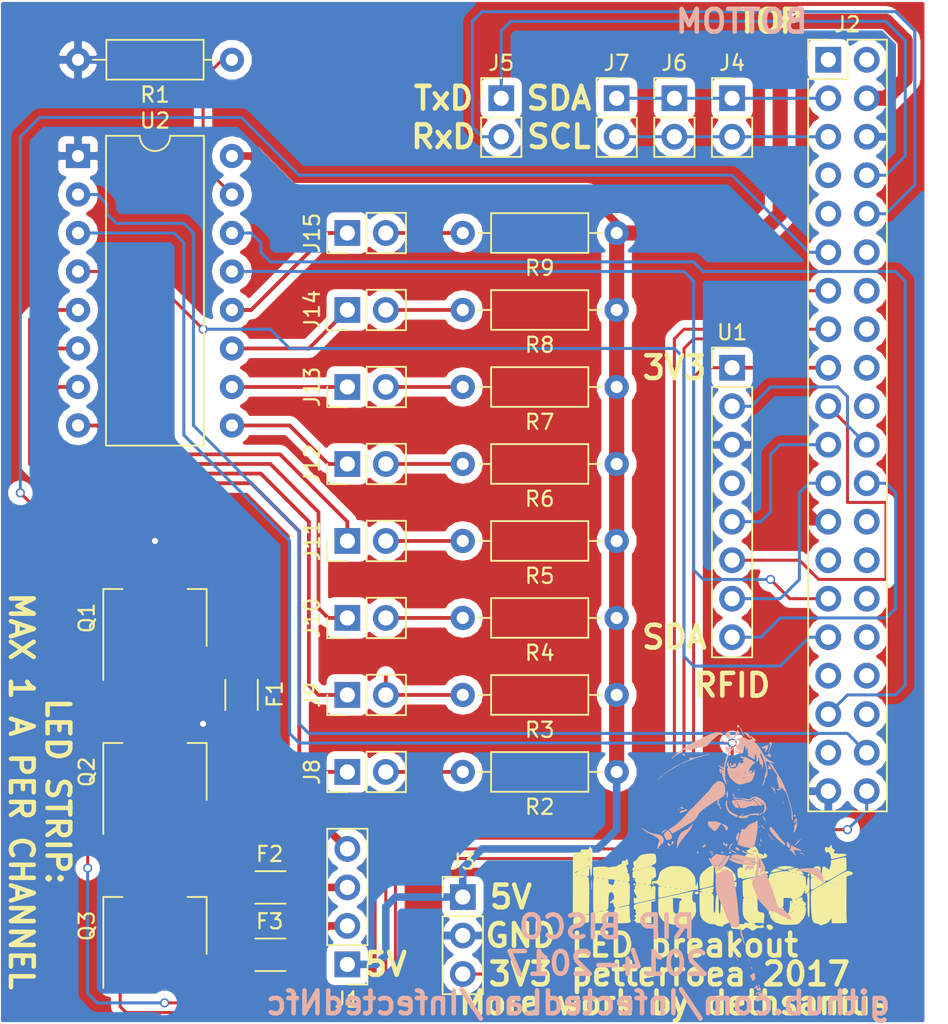
<source format=kicad_pcb>
(kicad_pcb (version 4) (host pcbnew 4.0.6)
  (layers (0 F.Cu signal) (31 B.Cu signal) (34 B.Paste user) (35 F.Paste user) (36 B.SilkS user) (37 F.SilkS user) (38 B.Mask user) (39 F.Mask user) (44 Edge.Cuts user))
  (net 0 "")
  (net 1 +5V)
  (net 2 +3V3)
  (net 3 "Net-(J2-Pad2)")
  (net 4 "Net-(J2-Pad3)")
  (net 5 "Net-(J2-Pad5)")
  (net 6 GNDREF)
  (net 7 "Net-(J2-Pad7)")
  (net 8 "Net-(J2-Pad8)")
  (net 9 "Net-(J2-Pad9)")
  (net 10 "Net-(J2-Pad10)")
  (net 11 "Net-(J2-Pad11)")
  (net 12 "Net-(J2-Pad12)")
  (net 13 "Net-(J2-Pad13)")
  (net 14 "Net-(J2-Pad14)")
  (net 15 "Net-(J2-Pad15)")
  (net 16 "Net-(J2-Pad16)")
  (net 17 "Net-(J2-Pad18)")
  (net 18 "Net-(J2-Pad19)")
  (net 19 "Net-(J2-Pad20)")
  (net 20 "Net-(J2-Pad21)")
  (net 21 "Net-(J2-Pad22)")
  (net 22 "Net-(J2-Pad23)")
  (net 23 "Net-(J2-Pad24)")
  (net 24 "Net-(J2-Pad26)")
  (net 25 "Net-(J2-Pad27)")
  (net 26 "Net-(J2-Pad28)")
  (net 27 "Net-(J2-Pad29)")
  (net 28 "Net-(J2-Pad30)")
  (net 29 "Net-(J2-Pad31)")
  (net 30 "Net-(J2-Pad32)")
  (net 31 "Net-(J2-Pad33)")
  (net 32 "Net-(J2-Pad34)")
  (net 33 "Net-(J2-Pad35)")
  (net 34 "Net-(J2-Pad36)")
  (net 35 "Net-(J2-Pad37)")
  (net 36 "Net-(J2-Pad38)")
  (net 37 "Net-(J2-Pad40)")
  (net 38 "Net-(J8-Pad1)")
  (net 39 "Net-(J8-Pad2)")
  (net 40 "Net-(J9-Pad1)")
  (net 41 "Net-(J9-Pad2)")
  (net 42 "Net-(J10-Pad1)")
  (net 43 "Net-(J10-Pad2)")
  (net 44 "Net-(J11-Pad1)")
  (net 45 "Net-(J11-Pad2)")
  (net 46 "Net-(J12-Pad1)")
  (net 47 "Net-(J12-Pad2)")
  (net 48 "Net-(J13-Pad1)")
  (net 49 "Net-(J13-Pad2)")
  (net 50 "Net-(J14-Pad1)")
  (net 51 "Net-(J14-Pad2)")
  (net 52 "Net-(J15-Pad1)")
  (net 53 "Net-(J15-Pad2)")
  (net 54 "Net-(R1-Pad1)")
  (net 55 "Net-(U1-Pad4)")
  (net 56 "Net-(J2-Pad1)")
  (net 57 "Net-(F1-Pad1)")
  (net 58 "Net-(F1-Pad2)")
  (net 59 "Net-(F2-Pad1)")
  (net 60 "Net-(F2-Pad2)")
  (net 61 "Net-(F3-Pad1)")
  (net 62 "Net-(F3-Pad2)")
  (module Socket_Strips:Socket_Strip_Straight_1x04_Pitch2.54mm (layer F.Cu) (at 148.59 151.13 180)
    (fp_text reference J1 (at 0 -2.33 180) (layer F.SilkS))
    (fp_text value LED_STRIP)
    (pad 1 thru_hole rect (at 0 0 180) (size 1.7 1.7) (drill 1) (layers *.Cu *.Mask) (net 1 +5V))
    (pad 2 thru_hole oval (at 0 2.54 180) (size 1.7 1.7) (drill 1) (layers *.Cu *.Mask) (net 62 "Net-(F3-Pad2)"))
    (pad 3 thru_hole oval (at 0 5.08 180) (size 1.7 1.7) (drill 1) (layers *.Cu *.Mask) (net 60 "Net-(F2-Pad2)"))
    (pad 4 thru_hole oval (at 0 7.62 180) (size 1.7 1.7) (drill 1) (layers *.Cu *.Mask) (net 58 "Net-(F1-Pad2)"))
  )
  (module Pin_Headers:Pin_Header_Straight_2x20_Pitch2.54mm (layer F.Cu) (at 180.34 91.44)
    (fp_text reference J2 (at 1.27 -2.33) (layer F.SilkS))
    (fp_text value Raspberry_Pi_2_3)
    (pad 1 thru_hole rect (at 0 0) (size 1.7 1.7) (drill 1) (layers *.Cu *.Mask) (net 56 "Net-(J2-Pad1)"))
    (pad 2 thru_hole oval (at 2.54 0) (size 1.7 1.7) (drill 1) (layers *.Cu *.Mask) (net 3 "Net-(J2-Pad2)"))
    (pad 3 thru_hole oval (at 0 2.54) (size 1.7 1.7) (drill 1) (layers *.Cu *.Mask) (net 4 "Net-(J2-Pad3)"))
    (pad 4 thru_hole oval (at 2.54 2.54) (size 1.7 1.7) (drill 1) (layers *.Cu *.Mask) (net 1 +5V))
    (pad 5 thru_hole oval (at 0 5.08) (size 1.7 1.7) (drill 1) (layers *.Cu *.Mask) (net 5 "Net-(J2-Pad5)"))
    (pad 6 thru_hole oval (at 2.54 5.08) (size 1.7 1.7) (drill 1) (layers *.Cu *.Mask) (net 6 GNDREF))
    (pad 7 thru_hole oval (at 0 7.62) (size 1.7 1.7) (drill 1) (layers *.Cu *.Mask) (net 7 "Net-(J2-Pad7)"))
    (pad 8 thru_hole oval (at 2.54 7.62) (size 1.7 1.7) (drill 1) (layers *.Cu *.Mask) (net 8 "Net-(J2-Pad8)"))
    (pad 9 thru_hole oval (at 0 10.16) (size 1.7 1.7) (drill 1) (layers *.Cu *.Mask) (net 9 "Net-(J2-Pad9)"))
    (pad 10 thru_hole oval (at 2.54 10.16) (size 1.7 1.7) (drill 1) (layers *.Cu *.Mask) (net 10 "Net-(J2-Pad10)"))
    (pad 11 thru_hole oval (at 0 12.7) (size 1.7 1.7) (drill 1) (layers *.Cu *.Mask) (net 11 "Net-(J2-Pad11)"))
    (pad 12 thru_hole oval (at 2.54 12.7) (size 1.7 1.7) (drill 1) (layers *.Cu *.Mask) (net 12 "Net-(J2-Pad12)"))
    (pad 13 thru_hole oval (at 0 15.24) (size 1.7 1.7) (drill 1) (layers *.Cu *.Mask) (net 13 "Net-(J2-Pad13)"))
    (pad 14 thru_hole oval (at 2.54 15.24) (size 1.7 1.7) (drill 1) (layers *.Cu *.Mask) (net 14 "Net-(J2-Pad14)"))
    (pad 15 thru_hole oval (at 0 17.78) (size 1.7 1.7) (drill 1) (layers *.Cu *.Mask) (net 15 "Net-(J2-Pad15)"))
    (pad 16 thru_hole oval (at 2.54 17.78) (size 1.7 1.7) (drill 1) (layers *.Cu *.Mask) (net 16 "Net-(J2-Pad16)"))
    (pad 17 thru_hole oval (at 0 20.32) (size 1.7 1.7) (drill 1) (layers *.Cu *.Mask) (net 2 +3V3))
    (pad 18 thru_hole oval (at 2.54 20.32) (size 1.7 1.7) (drill 1) (layers *.Cu *.Mask) (net 17 "Net-(J2-Pad18)"))
    (pad 19 thru_hole oval (at 0 22.86) (size 1.7 1.7) (drill 1) (layers *.Cu *.Mask) (net 18 "Net-(J2-Pad19)"))
    (pad 20 thru_hole oval (at 2.54 22.86) (size 1.7 1.7) (drill 1) (layers *.Cu *.Mask) (net 19 "Net-(J2-Pad20)"))
    (pad 21 thru_hole oval (at 0 25.4) (size 1.7 1.7) (drill 1) (layers *.Cu *.Mask) (net 20 "Net-(J2-Pad21)"))
    (pad 22 thru_hole oval (at 2.54 25.4) (size 1.7 1.7) (drill 1) (layers *.Cu *.Mask) (net 21 "Net-(J2-Pad22)"))
    (pad 23 thru_hole oval (at 0 27.94) (size 1.7 1.7) (drill 1) (layers *.Cu *.Mask) (net 22 "Net-(J2-Pad23)"))
    (pad 24 thru_hole oval (at 2.54 27.94) (size 1.7 1.7) (drill 1) (layers *.Cu *.Mask) (net 23 "Net-(J2-Pad24)"))
    (pad 25 thru_hole oval (at 0 30.48) (size 1.7 1.7) (drill 1) (layers *.Cu *.Mask) (net 6 GNDREF))
    (pad 26 thru_hole oval (at 2.54 30.48) (size 1.7 1.7) (drill 1) (layers *.Cu *.Mask) (net 24 "Net-(J2-Pad26)"))
    (pad 27 thru_hole oval (at 0 33.02) (size 1.7 1.7) (drill 1) (layers *.Cu *.Mask) (net 25 "Net-(J2-Pad27)"))
    (pad 28 thru_hole oval (at 2.54 33.02) (size 1.7 1.7) (drill 1) (layers *.Cu *.Mask) (net 26 "Net-(J2-Pad28)"))
    (pad 29 thru_hole oval (at 0 35.56) (size 1.7 1.7) (drill 1) (layers *.Cu *.Mask) (net 27 "Net-(J2-Pad29)"))
    (pad 30 thru_hole oval (at 2.54 35.56) (size 1.7 1.7) (drill 1) (layers *.Cu *.Mask) (net 28 "Net-(J2-Pad30)"))
    (pad 31 thru_hole oval (at 0 38.1) (size 1.7 1.7) (drill 1) (layers *.Cu *.Mask) (net 29 "Net-(J2-Pad31)"))
    (pad 32 thru_hole oval (at 2.54 38.1) (size 1.7 1.7) (drill 1) (layers *.Cu *.Mask) (net 30 "Net-(J2-Pad32)"))
    (pad 33 thru_hole oval (at 0 40.64) (size 1.7 1.7) (drill 1) (layers *.Cu *.Mask) (net 31 "Net-(J2-Pad33)"))
    (pad 34 thru_hole oval (at 2.54 40.64) (size 1.7 1.7) (drill 1) (layers *.Cu *.Mask) (net 32 "Net-(J2-Pad34)"))
    (pad 35 thru_hole oval (at 0 43.18) (size 1.7 1.7) (drill 1) (layers *.Cu *.Mask) (net 33 "Net-(J2-Pad35)"))
    (pad 36 thru_hole oval (at 2.54 43.18) (size 1.7 1.7) (drill 1) (layers *.Cu *.Mask) (net 34 "Net-(J2-Pad36)"))
    (pad 37 thru_hole oval (at 0 45.72) (size 1.7 1.7) (drill 1) (layers *.Cu *.Mask) (net 35 "Net-(J2-Pad37)"))
    (pad 38 thru_hole oval (at 2.54 45.72) (size 1.7 1.7) (drill 1) (layers *.Cu *.Mask) (net 36 "Net-(J2-Pad38)"))
    (pad 39 thru_hole oval (at 0 48.26) (size 1.7 1.7) (drill 1) (layers *.Cu *.Mask) (net 6 GNDREF))
    (pad 40 thru_hole oval (at 2.54 48.26) (size 1.7 1.7) (drill 1) (layers *.Cu *.Mask) (net 37 "Net-(J2-Pad40)"))
  )
  (module Socket_Strips:Socket_Strip_Straight_1x03_Pitch2.54mm (layer F.Cu) (at 156.21 146.685)
    (fp_text reference J3 (at 0 -2.33) (layer F.SilkS))
    (fp_text value POWER)
    (pad 1 thru_hole rect (at 0 0) (size 1.7 1.7) (drill 1) (layers *.Cu *.Mask) (net 1 +5V))
    (pad 2 thru_hole oval (at 0 2.54) (size 1.7 1.7) (drill 1) (layers *.Cu *.Mask) (net 6 GNDREF))
    (pad 3 thru_hole oval (at 0 5.08) (size 1.7 1.7) (drill 1) (layers *.Cu *.Mask) (net 2 +3V3))
  )
  (module Socket_Strips:Socket_Strip_Straight_1x02_Pitch2.54mm (layer F.Cu) (at 173.99 93.98)
    (fp_text reference J4 (at 0 -2.33) (layer F.SilkS))
    (fp_text value I2C)
    (pad 1 thru_hole rect (at 0 0) (size 1.7 1.7) (drill 1) (layers *.Cu *.Mask) (net 4 "Net-(J2-Pad3)"))
    (pad 2 thru_hole oval (at 0 2.54) (size 1.7 1.7) (drill 1) (layers *.Cu *.Mask) (net 5 "Net-(J2-Pad5)"))
  )
  (module Socket_Strips:Socket_Strip_Straight_1x02_Pitch2.54mm (layer F.Cu) (at 158.75 93.98)
    (fp_text reference J5 (at 0 -2.33) (layer F.SilkS))
    (fp_text value Serial)
    (pad 1 thru_hole rect (at 0 0) (size 1.7 1.7) (drill 1) (layers *.Cu *.Mask) (net 8 "Net-(J2-Pad8)"))
    (pad 2 thru_hole oval (at 0 2.54) (size 1.7 1.7) (drill 1) (layers *.Cu *.Mask) (net 10 "Net-(J2-Pad10)"))
  )
  (module Socket_Strips:Socket_Strip_Straight_1x02_Pitch2.54mm (layer F.Cu) (at 170.18 93.98)
    (fp_text reference J6 (at 0 -2.33) (layer F.SilkS))
    (fp_text value I2C)
    (pad 1 thru_hole rect (at 0 0) (size 1.7 1.7) (drill 1) (layers *.Cu *.Mask) (net 4 "Net-(J2-Pad3)"))
    (pad 2 thru_hole oval (at 0 2.54) (size 1.7 1.7) (drill 1) (layers *.Cu *.Mask) (net 5 "Net-(J2-Pad5)"))
  )
  (module Socket_Strips:Socket_Strip_Straight_1x02_Pitch2.54mm (layer F.Cu) (at 166.37 93.98)
    (fp_text reference J7 (at 0 -2.33) (layer F.SilkS))
    (fp_text value I2C)
    (pad 1 thru_hole rect (at 0 0) (size 1.7 1.7) (drill 1) (layers *.Cu *.Mask) (net 4 "Net-(J2-Pad3)"))
    (pad 2 thru_hole oval (at 0 2.54) (size 1.7 1.7) (drill 1) (layers *.Cu *.Mask) (net 5 "Net-(J2-Pad5)"))
  )
  (module Socket_Strips:Socket_Strip_Straight_1x02_Pitch2.54mm (layer F.Cu) (at 148.59 138.43 90)
    (fp_text reference J8 (at 0 -2.33 90) (layer F.SilkS))
    (fp_text value LED1)
    (pad 1 thru_hole rect (at 0 0 90) (size 1.7 1.7) (drill 1) (layers *.Cu *.Mask) (net 38 "Net-(J8-Pad1)"))
    (pad 2 thru_hole oval (at 0 2.54 90) (size 1.7 1.7) (drill 1) (layers *.Cu *.Mask) (net 39 "Net-(J8-Pad2)"))
  )
  (module Socket_Strips:Socket_Strip_Straight_1x02_Pitch2.54mm (layer F.Cu) (at 148.59 133.35 90)
    (fp_text reference J9 (at 0 -2.33 90) (layer F.SilkS))
    (fp_text value LED2)
    (pad 1 thru_hole rect (at 0 0 90) (size 1.7 1.7) (drill 1) (layers *.Cu *.Mask) (net 40 "Net-(J9-Pad1)"))
    (pad 2 thru_hole oval (at 0 2.54 90) (size 1.7 1.7) (drill 1) (layers *.Cu *.Mask) (net 41 "Net-(J9-Pad2)"))
  )
  (module Socket_Strips:Socket_Strip_Straight_1x02_Pitch2.54mm (layer F.Cu) (at 148.59 128.27 90)
    (fp_text reference J10 (at 0 -2.33 90) (layer F.SilkS))
    (fp_text value LED3)
    (pad 1 thru_hole rect (at 0 0 90) (size 1.7 1.7) (drill 1) (layers *.Cu *.Mask) (net 42 "Net-(J10-Pad1)"))
    (pad 2 thru_hole oval (at 0 2.54 90) (size 1.7 1.7) (drill 1) (layers *.Cu *.Mask) (net 43 "Net-(J10-Pad2)"))
  )
  (module Socket_Strips:Socket_Strip_Straight_1x02_Pitch2.54mm (layer F.Cu) (at 148.59 123.19 90)
    (fp_text reference J11 (at 0 -2.33 90) (layer F.SilkS))
    (fp_text value LED4)
    (pad 1 thru_hole rect (at 0 0 90) (size 1.7 1.7) (drill 1) (layers *.Cu *.Mask) (net 44 "Net-(J11-Pad1)"))
    (pad 2 thru_hole oval (at 0 2.54 90) (size 1.7 1.7) (drill 1) (layers *.Cu *.Mask) (net 45 "Net-(J11-Pad2)"))
  )
  (module Socket_Strips:Socket_Strip_Straight_1x02_Pitch2.54mm (layer F.Cu) (at 148.59 118.11 90)
    (fp_text reference J12 (at 0 -2.33 90) (layer F.SilkS))
    (fp_text value LED5)
    (pad 1 thru_hole rect (at 0 0 90) (size 1.7 1.7) (drill 1) (layers *.Cu *.Mask) (net 46 "Net-(J12-Pad1)"))
    (pad 2 thru_hole oval (at 0 2.54 90) (size 1.7 1.7) (drill 1) (layers *.Cu *.Mask) (net 47 "Net-(J12-Pad2)"))
  )
  (module Socket_Strips:Socket_Strip_Straight_1x02_Pitch2.54mm (layer F.Cu) (at 148.59 113.03 90)
    (fp_text reference J13 (at 0 -2.33 90) (layer F.SilkS))
    (fp_text value LED6)
    (pad 1 thru_hole rect (at 0 0 90) (size 1.7 1.7) (drill 1) (layers *.Cu *.Mask) (net 48 "Net-(J13-Pad1)"))
    (pad 2 thru_hole oval (at 0 2.54 90) (size 1.7 1.7) (drill 1) (layers *.Cu *.Mask) (net 49 "Net-(J13-Pad2)"))
  )
  (module Socket_Strips:Socket_Strip_Straight_1x02_Pitch2.54mm (layer F.Cu) (at 148.59 107.95 90)
    (fp_text reference J14 (at 0 -2.33 90) (layer F.SilkS))
    (fp_text value LED7)
    (pad 1 thru_hole rect (at 0 0 90) (size 1.7 1.7) (drill 1) (layers *.Cu *.Mask) (net 50 "Net-(J14-Pad1)"))
    (pad 2 thru_hole oval (at 0 2.54 90) (size 1.7 1.7) (drill 1) (layers *.Cu *.Mask) (net 51 "Net-(J14-Pad2)"))
  )
  (module Socket_Strips:Socket_Strip_Straight_1x02_Pitch2.54mm (layer F.Cu) (at 148.59 102.87 90)
    (fp_text reference J15 (at 0 -2.33 90) (layer F.SilkS))
    (fp_text value LED8)
    (pad 1 thru_hole rect (at 0 0 90) (size 1.7 1.7) (drill 1) (layers *.Cu *.Mask) (net 52 "Net-(J15-Pad1)"))
    (pad 2 thru_hole oval (at 0 2.54 90) (size 1.7 1.7) (drill 1) (layers *.Cu *.Mask) (net 53 "Net-(J15-Pad2)"))
  )
  (module TO_SOT_Packages_SMD:SOT-223-3_TabPin2 (layer F.Cu) (at 135.89 128.27 90)
    (fp_text reference Q1 (at 0 -4.5 90) (layer F.SilkS))
    (fp_text value MOSFET)
    (pad 2 smd rect (at 3.15 0 90) (size 2 3.8) (layers F.Cu F.Paste F.Mask) (net 6 GNDREF))
    (pad 2 smd rect (at -3.15 0 90) (size 2 1.5) (layers F.Cu F.Paste F.Mask) (net 6 GNDREF))
    (pad 3 smd rect (at -3.15 2.3 90) (size 2 1.5) (layers F.Cu F.Paste F.Mask) (net 57 "Net-(F1-Pad1)"))
    (pad 1 smd rect (at -3.15 -2.3 90) (size 2 1.5) (layers F.Cu F.Paste F.Mask) (net 11 "Net-(J2-Pad11)"))
  )
  (module TO_SOT_Packages_SMD:SOT-223-3_TabPin2 (layer F.Cu) (at 135.89 138.43 90)
    (fp_text reference Q2 (at 0 -4.5 90) (layer F.SilkS))
    (fp_text value MOSFET)
    (pad 2 smd rect (at 3.15 0 90) (size 2 3.8) (layers F.Cu F.Paste F.Mask) (net 6 GNDREF))
    (pad 2 smd rect (at -3.15 0 90) (size 2 1.5) (layers F.Cu F.Paste F.Mask) (net 6 GNDREF))
    (pad 3 smd rect (at -3.15 2.3 90) (size 2 1.5) (layers F.Cu F.Paste F.Mask) (net 59 "Net-(F2-Pad1)"))
    (pad 1 smd rect (at -3.15 -2.3 90) (size 2 1.5) (layers F.Cu F.Paste F.Mask) (net 13 "Net-(J2-Pad13)"))
  )
  (module TO_SOT_Packages_SMD:SOT-223-3_TabPin2 (layer F.Cu) (at 135.89 148.59 90)
    (fp_text reference Q3 (at 0 -4.5 90) (layer F.SilkS))
    (fp_text value MOSFET)
    (pad 2 smd rect (at 3.15 0 90) (size 2 3.8) (layers F.Cu F.Paste F.Mask) (net 6 GNDREF))
    (pad 2 smd rect (at -3.15 0 90) (size 2 1.5) (layers F.Cu F.Paste F.Mask) (net 6 GNDREF))
    (pad 3 smd rect (at -3.15 2.3 90) (size 2 1.5) (layers F.Cu F.Paste F.Mask) (net 61 "Net-(F3-Pad1)"))
    (pad 1 smd rect (at -3.15 -2.3 90) (size 2 1.5) (layers F.Cu F.Paste F.Mask) (net 15 "Net-(J2-Pad15)"))
  )
  (module Resistors_THT:R_Axial_DIN0207_L6.3mm_D2.5mm_P10.16mm_Horizontal (layer F.Cu) (at 140.97 91.44 180)
    (fp_text reference R1 (at 5.08 -2.31 180) (layer F.SilkS))
    (fp_text value R)
    (pad 1 thru_hole circle (at 0 0 180) (size 1.6 1.6) (drill 0.8) (layers *.Cu *.Mask) (net 54 "Net-(R1-Pad1)"))
    (pad 2 thru_hole oval (at 10.16 0 180) (size 1.6 1.6) (drill 0.8) (layers *.Cu *.Mask) (net 6 GNDREF))
  )
  (module Resistors_THT:R_Axial_DIN0207_L6.3mm_D2.5mm_P10.16mm_Horizontal (layer F.Cu) (at 166.37 138.43 180)
    (fp_text reference R2 (at 5.08 -2.31 180) (layer F.SilkS))
    (fp_text value R)
    (pad 1 thru_hole circle (at 0 0 180) (size 1.6 1.6) (drill 0.8) (layers *.Cu *.Mask) (net 1 +5V))
    (pad 2 thru_hole oval (at 10.16 0 180) (size 1.6 1.6) (drill 0.8) (layers *.Cu *.Mask) (net 39 "Net-(J8-Pad2)"))
  )
  (module Resistors_THT:R_Axial_DIN0207_L6.3mm_D2.5mm_P10.16mm_Horizontal (layer F.Cu) (at 166.37 133.35 180)
    (fp_text reference R3 (at 5.08 -2.31 180) (layer F.SilkS))
    (fp_text value R)
    (pad 1 thru_hole circle (at 0 0 180) (size 1.6 1.6) (drill 0.8) (layers *.Cu *.Mask) (net 1 +5V))
    (pad 2 thru_hole oval (at 10.16 0 180) (size 1.6 1.6) (drill 0.8) (layers *.Cu *.Mask) (net 41 "Net-(J9-Pad2)"))
  )
  (module Resistors_THT:R_Axial_DIN0207_L6.3mm_D2.5mm_P10.16mm_Horizontal (layer F.Cu) (at 166.37 128.27 180)
    (fp_text reference R4 (at 5.08 -2.31 180) (layer F.SilkS))
    (fp_text value R)
    (pad 1 thru_hole circle (at 0 0 180) (size 1.6 1.6) (drill 0.8) (layers *.Cu *.Mask) (net 1 +5V))
    (pad 2 thru_hole oval (at 10.16 0 180) (size 1.6 1.6) (drill 0.8) (layers *.Cu *.Mask) (net 43 "Net-(J10-Pad2)"))
  )
  (module Resistors_THT:R_Axial_DIN0207_L6.3mm_D2.5mm_P10.16mm_Horizontal (layer F.Cu) (at 166.37 123.19 180)
    (fp_text reference R5 (at 5.08 -2.31 180) (layer F.SilkS))
    (fp_text value R)
    (pad 1 thru_hole circle (at 0 0 180) (size 1.6 1.6) (drill 0.8) (layers *.Cu *.Mask) (net 1 +5V))
    (pad 2 thru_hole oval (at 10.16 0 180) (size 1.6 1.6) (drill 0.8) (layers *.Cu *.Mask) (net 45 "Net-(J11-Pad2)"))
  )
  (module Resistors_THT:R_Axial_DIN0207_L6.3mm_D2.5mm_P10.16mm_Horizontal (layer F.Cu) (at 166.37 118.11 180)
    (fp_text reference R6 (at 5.08 -2.31 180) (layer F.SilkS))
    (fp_text value R)
    (pad 1 thru_hole circle (at 0 0 180) (size 1.6 1.6) (drill 0.8) (layers *.Cu *.Mask) (net 1 +5V))
    (pad 2 thru_hole oval (at 10.16 0 180) (size 1.6 1.6) (drill 0.8) (layers *.Cu *.Mask) (net 47 "Net-(J12-Pad2)"))
  )
  (module Resistors_THT:R_Axial_DIN0207_L6.3mm_D2.5mm_P10.16mm_Horizontal (layer F.Cu) (at 166.37 113.03 180)
    (fp_text reference R7 (at 5.08 -2.31 180) (layer F.SilkS))
    (fp_text value R)
    (pad 1 thru_hole circle (at 0 0 180) (size 1.6 1.6) (drill 0.8) (layers *.Cu *.Mask) (net 1 +5V))
    (pad 2 thru_hole oval (at 10.16 0 180) (size 1.6 1.6) (drill 0.8) (layers *.Cu *.Mask) (net 49 "Net-(J13-Pad2)"))
  )
  (module Resistors_THT:R_Axial_DIN0207_L6.3mm_D2.5mm_P10.16mm_Horizontal (layer F.Cu) (at 166.37 107.95 180)
    (fp_text reference R8 (at 5.08 -2.31 180) (layer F.SilkS))
    (fp_text value R)
    (pad 1 thru_hole circle (at 0 0 180) (size 1.6 1.6) (drill 0.8) (layers *.Cu *.Mask) (net 1 +5V))
    (pad 2 thru_hole oval (at 10.16 0 180) (size 1.6 1.6) (drill 0.8) (layers *.Cu *.Mask) (net 51 "Net-(J14-Pad2)"))
  )
  (module Resistors_THT:R_Axial_DIN0207_L6.3mm_D2.5mm_P10.16mm_Horizontal (layer F.Cu) (at 166.37 102.87 180)
    (fp_text reference R9 (at 5.08 -2.31 180) (layer F.SilkS))
    (fp_text value R)
    (pad 1 thru_hole circle (at 0 0 180) (size 1.6 1.6) (drill 0.8) (layers *.Cu *.Mask) (net 1 +5V))
    (pad 2 thru_hole oval (at 10.16 0 180) (size 1.6 1.6) (drill 0.8) (layers *.Cu *.Mask) (net 53 "Net-(J15-Pad2)"))
  )
  (module Socket_Strips:Socket_Strip_Straight_1x08_Pitch2.54mm (layer F.Cu) (at 173.99 111.76)
    (fp_text reference U1 (at 0 -2.33) (layer F.SilkS))
    (fp_text value MFRC-522)
    (pad 1 thru_hole rect (at 0 0) (size 1.7 1.7) (drill 1) (layers *.Cu *.Mask) (net 2 +3V3))
    (pad 2 thru_hole oval (at 0 2.54) (size 1.7 1.7) (drill 1) (layers *.Cu *.Mask) (net 21 "Net-(J2-Pad22)"))
    (pad 3 thru_hole oval (at 0 5.08) (size 1.7 1.7) (drill 1) (layers *.Cu *.Mask) (net 6 GNDREF))
    (pad 4 thru_hole oval (at 0 7.62) (size 1.7 1.7) (drill 1) (layers *.Cu *.Mask) (net 55 "Net-(U1-Pad4)"))
    (pad 5 thru_hole oval (at 0 10.16) (size 1.7 1.7) (drill 1) (layers *.Cu *.Mask) (net 20 "Net-(J2-Pad21)"))
    (pad 6 thru_hole oval (at 0 12.7) (size 1.7 1.7) (drill 1) (layers *.Cu *.Mask) (net 18 "Net-(J2-Pad19)"))
    (pad 7 thru_hole oval (at 0 15.24) (size 1.7 1.7) (drill 1) (layers *.Cu *.Mask) (net 22 "Net-(J2-Pad23)"))
    (pad 8 thru_hole oval (at 0 17.78) (size 1.7 1.7) (drill 1) (layers *.Cu *.Mask) (net 23 "Net-(J2-Pad24)"))
  )
  (module Housings_DIP:DIP-16_W10.16mm (layer F.Cu) (at 130.81 97.79)
    (fp_text reference U2 (at 5.08 -2.33) (layer F.SilkS))
    (fp_text value TLC5917)
    (pad 1 thru_hole rect (at 0 0) (size 1.6 1.6) (drill 0.8) (layers *.Cu *.Mask) (net 6 GNDREF))
    (pad 9 thru_hole oval (at 10.16 17.78) (size 1.6 1.6) (drill 0.8) (layers *.Cu *.Mask) (net 46 "Net-(J12-Pad1)"))
    (pad 2 thru_hole oval (at 0 2.54) (size 1.6 1.6) (drill 0.8) (layers *.Cu *.Mask) (net 36 "Net-(J2-Pad38)"))
    (pad 10 thru_hole oval (at 10.16 15.24) (size 1.6 1.6) (drill 0.8) (layers *.Cu *.Mask) (net 48 "Net-(J13-Pad1)"))
    (pad 3 thru_hole oval (at 0 5.08) (size 1.6 1.6) (drill 0.8) (layers *.Cu *.Mask) (net 37 "Net-(J2-Pad40)"))
    (pad 11 thru_hole oval (at 10.16 12.7) (size 1.6 1.6) (drill 0.8) (layers *.Cu *.Mask) (net 50 "Net-(J14-Pad1)"))
    (pad 4 thru_hole oval (at 0 7.62) (size 1.6 1.6) (drill 0.8) (layers *.Cu *.Mask) (net 29 "Net-(J2-Pad31)"))
    (pad 12 thru_hole oval (at 10.16 10.16) (size 1.6 1.6) (drill 0.8) (layers *.Cu *.Mask) (net 52 "Net-(J15-Pad1)"))
    (pad 5 thru_hole oval (at 0 10.16) (size 1.6 1.6) (drill 0.8) (layers *.Cu *.Mask) (net 38 "Net-(J8-Pad1)"))
    (pad 13 thru_hole oval (at 10.16 7.62) (size 1.6 1.6) (drill 0.8) (layers *.Cu *.Mask) (net 27 "Net-(J2-Pad29)"))
    (pad 6 thru_hole oval (at 0 12.7) (size 1.6 1.6) (drill 0.8) (layers *.Cu *.Mask) (net 40 "Net-(J9-Pad1)"))
    (pad 14 thru_hole oval (at 10.16 5.08) (size 1.6 1.6) (drill 0.8) (layers *.Cu *.Mask) (net 33 "Net-(J2-Pad35)"))
    (pad 7 thru_hole oval (at 0 15.24) (size 1.6 1.6) (drill 0.8) (layers *.Cu *.Mask) (net 42 "Net-(J10-Pad1)"))
    (pad 15 thru_hole oval (at 10.16 2.54) (size 1.6 1.6) (drill 0.8) (layers *.Cu *.Mask) (net 54 "Net-(R1-Pad1)"))
    (pad 8 thru_hole oval (at 0 17.78) (size 1.6 1.6) (drill 0.8) (layers *.Cu *.Mask) (net 44 "Net-(J11-Pad1)"))
    (pad 16 thru_hole oval (at 10.16 0) (size 1.6 1.6) (drill 0.8) (layers *.Cu *.Mask) (net 1 +5V))
  )
  (module infected-led-breakout:infected_logo (layer F.Cu) (at 172.72 146.05)
    (fp_text reference G*** hide)
    (fp_text value LOGO hide)
  )
  (module infected-led-breakout:bisco (layer B.Cu) (at 173.99 144.78 180)
    (fp_text reference G*** hide)
    (fp_text value LOGO hide)
  )
  (module Fuse_Holders_and_Fuses:Fuse_SMD1206_HandSoldering (layer F.Cu) (at 141.605 133.35 270)
    (fp_text reference F1 (at -0.05 -2.2 270) (layer F.SilkS))
    (fp_text value Fuse)
    (pad 1 smd rect (at -2.09 0) (size 2.03 2.65) (layers F.Cu F.Paste F.Mask) (net 57 "Net-(F1-Pad1)"))
    (pad 2 smd rect (at 2.09 0) (size 2.03 2.65) (layers F.Cu F.Paste F.Mask) (net 58 "Net-(F1-Pad2)"))
  )
  (module Fuse_Holders_and_Fuses:Fuse_SMD1206_HandSoldering (layer F.Cu) (at 143.51 146.05)
    (fp_text reference F2 (at -0.05 -2.2) (layer F.SilkS))
    (fp_text value Fuse)
    (pad 1 smd rect (at -2.09 0 90) (size 2.03 2.65) (layers F.Cu F.Paste F.Mask) (net 59 "Net-(F2-Pad1)"))
    (pad 2 smd rect (at 2.09 0 90) (size 2.03 2.65) (layers F.Cu F.Paste F.Mask) (net 60 "Net-(F2-Pad2)"))
  )
  (module Fuse_Holders_and_Fuses:Fuse_SMD1206_HandSoldering (layer F.Cu) (at 143.51 150.495)
    (fp_text reference F3 (at -0.05 -2.2) (layer F.SilkS))
    (fp_text value Fuse)
    (pad 1 smd rect (at -2.09 0 90) (size 2.03 2.65) (layers F.Cu F.Paste F.Mask) (net 61 "Net-(F3-Pad1)"))
    (pad 2 smd rect (at 2.09 0 90) (size 2.03 2.65) (layers F.Cu F.Paste F.Mask) (net 62 "Net-(F3-Pad2)"))
  )
  (gr_text BOTTOM (at 174.625 88.9) (layer B.SilkS) (effects (font (size 1.5 1.5) (thickness 0.3)) (justify mirror)))
  (gr_text TOP (at 176.53 88.9) (layer F.SilkS) (effects (font (size 1.5 1.5) (thickness 0.3))))
  (gr_text 5V (at 151.13 151.13) (layer F.SilkS) (effects (font (size 1.5 1.5) (thickness 0.3))))
  (gr_text github.com/InfectedLan/InfectedNfc (at 163.83 153.67) (layer B.SilkS) (effects (font (size 1.5 1.5) (thickness 0.3)) (justify mirror)))
  (gr_text "More work by dethsanius" (at 170.18 153.67) (layer F.SilkS) (effects (font (size 1.5 1.5) (thickness 0.3))))
  (gr_text SDA (at 170.18 129.54) (layer F.SilkS) (effects (font (size 1.5 1.5) (thickness 0.3))))
  (gr_text 3V3 (at 170.18 111.76) (layer F.SilkS) (effects (font (size 1.5 1.5) (thickness 0.3))))
  (gr_text "RIP BISCO\n2014-2017" (at 165.735 149.86) (layer B.SilkS) (effects (font (size 1.5 1.5) (thickness 0.3)) (justify mirror)))
  (gr_text "LED STRIP:\nMAX 1 A PER CHANNEL" (at 128.27 139.7 270) (layer F.SilkS) (effects (font (size 1.5 1.5) (thickness 0.3))))
  (gr_text "petterroea 2017" (at 163.195 151.765) (layer F.SilkS) (effects (font (size 1.5 1.5) (thickness 0.3)) (justify left)))
  (gr_text "LED breakout" (at 163.195 149.86) (layer F.SilkS) (effects (font (size 1.5 1.5) (thickness 0.3)) (justify left)))
  (gr_text RFID (at 173.99 132.715) (layer F.SilkS) (effects (font (size 1.5 1.5) (thickness 0.3))))
  (gr_text 3V3 (at 160.02 151.765) (layer F.SilkS) (effects (font (size 1.5 1.5) (thickness 0.3))))
  (gr_text GND (at 160.02 149.225) (layer F.SilkS) (effects (font (size 1.5 1.5) (thickness 0.3))))
  (gr_text 5V (at 159.385 146.685) (layer F.SilkS) (effects (font (size 1.5 1.5) (thickness 0.3))))
  (gr_text RxD (at 154.94 96.52) (layer F.SilkS) (effects (font (size 1.5 1.5) (thickness 0.3))))
  (gr_text TxD (at 154.94 93.98) (layer F.SilkS) (effects (font (size 1.5 1.5) (thickness 0.3))))
  (gr_text SCL (at 162.56 96.52) (layer F.SilkS) (effects (font (size 1.5 1.5) (thickness 0.3))))
  (gr_text SDA (at 162.56 93.98) (layer F.SilkS) (effects (font (size 1.5 1.5) (thickness 0.3))))
  (segment (start 166.37 102.87) (end 166.37 102.235) (width 0.5) (layer F.Cu) (net 1))
  (segment (start 166.37 102.235) (end 164.465 100.33) (width 0.5) (layer F.Cu) (net 1))
  (segment (start 142.24 97.79) (end 140.97 97.79) (width 0.5) (layer F.Cu) (net 1))
  (segment (start 144.78 100.33) (end 142.24 97.79) (width 0.5) (layer F.Cu) (net 1))
  (segment (start 164.465 100.33) (end 144.78 100.33) (width 0.5) (layer F.Cu) (net 1))
  (segment (start 156.21 146.685) (end 151.765 146.685) (width 0.5) (layer B.Cu) (net 1))
  (segment (start 150.495 151.13) (end 148.59 151.13) (width 0.5) (layer B.Cu) (net 1))
  (segment (start 151.13 150.495) (end 150.495 151.13) (width 0.5) (layer B.Cu) (net 1))
  (segment (start 151.13 147.32) (end 151.13 150.495) (width 0.5) (layer B.Cu) (net 1))
  (segment (start 151.765 146.685) (end 151.13 147.32) (width 0.5) (layer B.Cu) (net 1))
  (segment (start 166.37 138.43) (end 166.37 142.24) (width 0.5) (layer B.Cu) (net 1))
  (segment (start 156.21 144.78) (end 156.21 146.685) (width 0.5) (layer B.Cu) (net 1))
  (segment (start 157.48 143.51) (end 156.21 144.78) (width 0.5) (layer B.Cu) (net 1))
  (segment (start 165.1 143.51) (end 157.48 143.51) (width 0.5) (layer B.Cu) (net 1))
  (segment (start 166.37 142.24) (end 165.1 143.51) (width 0.5) (layer B.Cu) (net 1))
  (segment (start 182.88 93.98) (end 184.15 93.98) (width 1) (layer F.Cu) (net 1))
  (segment (start 175.895 102.87) (end 166.37 102.87) (width 1) (layer F.Cu) (net 1))
  (segment (start 177.165 101.6) (end 175.895 102.87) (width 1) (layer F.Cu) (net 1))
  (segment (start 177.165 90.17) (end 177.165 101.6) (width 1) (layer F.Cu) (net 1))
  (segment (start 178.435 88.9) (end 177.165 90.17) (width 1) (layer F.Cu) (net 1))
  (segment (start 184.15 88.9) (end 178.435 88.9) (width 1) (layer F.Cu) (net 1))
  (segment (start 185.42 90.17) (end 184.15 88.9) (width 1) (layer F.Cu) (net 1))
  (segment (start 185.42 92.71) (end 185.42 90.17) (width 1) (layer F.Cu) (net 1))
  (segment (start 184.15 93.98) (end 185.42 92.71) (width 1) (layer F.Cu) (net 1))
  (segment (start 166.37 102.87) (end 166.37 107.95) (width 1) (layer F.Cu) (net 1))
  (segment (start 166.37 113.03) (end 166.37 107.95) (width 1) (layer F.Cu) (net 1))
  (segment (start 166.37 138.43) (end 166.37 133.35) (width 1) (layer F.Cu) (net 1))
  (segment (start 166.37 113.03) (end 166.37 118.11) (width 1) (layer F.Cu) (net 1))
  (segment (start 166.37 118.11) (end 166.37 123.19) (width 1) (layer F.Cu) (net 1))
  (segment (start 166.37 123.19) (end 166.37 128.27) (width 1) (layer F.Cu) (net 1))
  (segment (start 166.37 128.27) (end 166.37 133.35) (width 1) (layer F.Cu) (net 1))
  (segment (start 173.99 111.76) (end 172.085 111.76) (width 0.2) (layer F.Cu) (net 2))
  (segment (start 157.48 151.765) (end 156.21 151.765) (width 0.2) (layer F.Cu) (net 2))
  (segment (start 158.115 151.13) (end 157.48 151.765) (width 0.2) (layer F.Cu) (net 2))
  (segment (start 158.115 146.05) (end 158.115 151.13) (width 0.2) (layer F.Cu) (net 2))
  (segment (start 159.385 144.78) (end 158.115 146.05) (width 0.2) (layer F.Cu) (net 2))
  (segment (start 170.815 144.78) (end 159.385 144.78) (width 0.2) (layer F.Cu) (net 2))
  (segment (start 171.45 144.145) (end 170.815 144.78) (width 0.2) (layer F.Cu) (net 2))
  (segment (start 171.45 112.395) (end 171.45 144.145) (width 0.2) (layer F.Cu) (net 2))
  (segment (start 172.085 111.76) (end 171.45 112.395) (width 0.2) (layer F.Cu) (net 2))
  (segment (start 156.21 151.13) (end 155.575 151.765) (width 0.25) (layer F.Cu) (net 2))
  (segment (start 180.34 111.76) (end 173.99 111.76) (width 0.25) (layer F.Cu) (net 2))
  (segment (start 170.18 93.98) (end 166.37 93.98) (width 0.2) (layer B.Cu) (net 4))
  (segment (start 173.99 93.98) (end 170.18 93.98) (width 0.2) (layer B.Cu) (net 4))
  (segment (start 180.34 93.98) (end 173.99 93.98) (width 0.2) (layer B.Cu) (net 4))
  (segment (start 170.18 96.52) (end 173.99 96.52) (width 0.2) (layer B.Cu) (net 5))
  (segment (start 170.18 96.52) (end 166.37 96.52) (width 0.2) (layer B.Cu) (net 5))
  (segment (start 180.34 96.52) (end 173.99 96.52) (width 0.2) (layer B.Cu) (net 5))
  (segment (start 180.34 121.92) (end 179.705 121.92) (width 0.5) (layer F.Cu) (net 6))
  (segment (start 179.705 121.92) (end 176.53 118.745) (width 0.5) (layer F.Cu) (net 6))
  (segment (start 176.53 118.745) (end 176.53 117.475) (width 0.5) (layer F.Cu) (net 6))
  (segment (start 176.53 117.475) (end 175.895 116.84) (width 0.5) (layer F.Cu) (net 6))
  (segment (start 175.895 116.84) (end 173.99 116.84) (width 0.5) (layer F.Cu) (net 6))
  (segment (start 130.81 91.44) (end 130.81 97.79) (width 0.5) (layer F.Cu) (net 6))
  (segment (start 156.21 149.225) (end 154.305 149.225) (width 0.5) (layer B.Cu) (net 6))
  (segment (start 139.04 135.28) (end 135.89 135.28) (width 0.5) (layer F.Cu) (net 6))
  (segment (start 139.065 135.255) (end 139.04 135.28) (width 0.5) (layer F.Cu) (net 6))
  (via (at 139.065 135.255) (size 0.6) (drill 0.4) (layers F.Cu B.Cu) (net 6))
  (segment (start 139.065 138.43) (end 139.065 135.255) (width 0.5) (layer B.Cu) (net 6))
  (segment (start 143.51 142.875) (end 139.065 138.43) (width 0.5) (layer B.Cu) (net 6))
  (segment (start 143.51 153.035) (end 143.51 142.875) (width 0.5) (layer B.Cu) (net 6))
  (segment (start 144.145 153.67) (end 143.51 153.035) (width 0.5) (layer B.Cu) (net 6))
  (segment (start 153.035 153.67) (end 144.145 153.67) (width 0.5) (layer B.Cu) (net 6))
  (segment (start 153.67 153.035) (end 153.035 153.67) (width 0.5) (layer B.Cu) (net 6))
  (segment (start 153.67 149.86) (end 153.67 153.035) (width 0.5) (layer B.Cu) (net 6))
  (segment (start 154.305 149.225) (end 153.67 149.86) (width 0.5) (layer B.Cu) (net 6))
  (segment (start 180.34 139.7) (end 180.34 144.145) (width 0.5) (layer B.Cu) (net 6))
  (segment (start 158.115 149.225) (end 156.21 149.225) (width 0.5) (layer B.Cu) (net 6))
  (segment (start 158.75 148.59) (end 158.115 149.225) (width 0.5) (layer B.Cu) (net 6))
  (segment (start 158.75 145.415) (end 158.75 148.59) (width 0.5) (layer B.Cu) (net 6))
  (segment (start 159.385 144.78) (end 158.75 145.415) (width 0.5) (layer B.Cu) (net 6))
  (segment (start 179.705 144.78) (end 159.385 144.78) (width 0.5) (layer B.Cu) (net 6))
  (segment (start 180.34 144.145) (end 179.705 144.78) (width 0.5) (layer B.Cu) (net 6))
  (segment (start 135.89 125.12) (end 135.89 123.19) (width 0.5) (layer F.Cu) (net 6))
  (segment (start 128.905 97.79) (end 130.81 97.79) (width 0.5) (layer B.Cu) (net 6))
  (segment (start 128.27 98.425) (end 128.905 97.79) (width 0.5) (layer B.Cu) (net 6))
  (segment (start 128.27 119.38) (end 128.27 98.425) (width 0.5) (layer B.Cu) (net 6))
  (segment (start 128.905 120.015) (end 128.27 119.38) (width 0.5) (layer B.Cu) (net 6))
  (segment (start 132.715 120.015) (end 128.905 120.015) (width 0.5) (layer B.Cu) (net 6))
  (segment (start 135.89 123.19) (end 132.715 120.015) (width 0.5) (layer B.Cu) (net 6))
  (via (at 135.89 123.19) (size 0.6) (drill 0.4) (layers F.Cu B.Cu) (net 6))
  (segment (start 135.89 131.42) (end 135.89 125.12) (width 0.5) (layer F.Cu) (net 6))
  (segment (start 135.89 131.42) (end 135.89 135.28) (width 0.5) (layer F.Cu) (net 6))
  (segment (start 135.89 145.44) (end 135.89 141.58) (width 0.5) (layer F.Cu) (net 6))
  (segment (start 135.89 141.58) (end 135.89 135.28) (width 0.5) (layer F.Cu) (net 6))
  (segment (start 135.89 151.74) (end 135.89 145.44) (width 0.5) (layer F.Cu) (net 6))
  (segment (start 182.88 99.06) (end 184.15 99.06) (width 0.2) (layer B.Cu) (net 8))
  (segment (start 158.75 89.535) (end 158.75 93.98) (width 0.2) (layer B.Cu) (net 8))
  (segment (start 159.385 88.9) (end 158.75 89.535) (width 0.2) (layer B.Cu) (net 8))
  (segment (start 184.15 88.9) (end 159.385 88.9) (width 0.2) (layer B.Cu) (net 8))
  (segment (start 185.42 90.17) (end 184.15 88.9) (width 0.2) (layer B.Cu) (net 8))
  (segment (start 185.42 97.79) (end 185.42 90.17) (width 0.2) (layer B.Cu) (net 8))
  (segment (start 184.15 99.06) (end 185.42 97.79) (width 0.2) (layer B.Cu) (net 8))
  (segment (start 182.88 101.6) (end 184.15 101.6) (width 0.2) (layer B.Cu) (net 10))
  (segment (start 157.48 96.52) (end 158.75 96.52) (width 0.2) (layer B.Cu) (net 10))
  (segment (start 156.845 95.885) (end 157.48 96.52) (width 0.2) (layer B.Cu) (net 10))
  (segment (start 156.845 88.9) (end 156.845 95.885) (width 0.2) (layer B.Cu) (net 10))
  (segment (start 157.48 88.265) (end 156.845 88.9) (width 0.2) (layer B.Cu) (net 10))
  (segment (start 184.785 88.265) (end 157.48 88.265) (width 0.2) (layer B.Cu) (net 10))
  (segment (start 186.055 89.535) (end 184.785 88.265) (width 0.2) (layer B.Cu) (net 10))
  (segment (start 186.055 99.695) (end 186.055 89.535) (width 0.2) (layer B.Cu) (net 10))
  (segment (start 184.15 101.6) (end 186.055 99.695) (width 0.2) (layer B.Cu) (net 10))
  (segment (start 133.59 131.42) (end 132.055 131.42) (width 0.2) (layer F.Cu) (net 11))
  (segment (start 179.07 104.14) (end 180.34 104.14) (width 0.2) (layer B.Cu) (net 11))
  (segment (start 173.99 99.06) (end 179.07 104.14) (width 0.2) (layer B.Cu) (net 11))
  (segment (start 145.415 99.06) (end 173.99 99.06) (width 0.2) (layer B.Cu) (net 11))
  (segment (start 141.605 95.25) (end 145.415 99.06) (width 0.2) (layer B.Cu) (net 11))
  (segment (start 128.27 95.25) (end 141.605 95.25) (width 0.2) (layer B.Cu) (net 11))
  (segment (start 127 96.52) (end 128.27 95.25) (width 0.2) (layer B.Cu) (net 11))
  (segment (start 127 120.015) (end 127 96.52) (width 0.2) (layer B.Cu) (net 11))
  (via (at 127 120.015) (size 0.6) (drill 0.4) (layers F.Cu B.Cu) (net 11))
  (segment (start 131.445 124.46) (end 127 120.015) (width 0.2) (layer F.Cu) (net 11))
  (segment (start 131.445 130.81) (end 131.445 124.46) (width 0.2) (layer F.Cu) (net 11))
  (segment (start 132.055 131.42) (end 131.445 130.81) (width 0.2) (layer F.Cu) (net 11))
  (segment (start 180.34 106.68) (end 179.07 106.68) (width 0.2) (layer F.Cu) (net 13))
  (segment (start 132.08 141.605) (end 133.565 141.605) (width 0.2) (layer F.Cu) (net 13))
  (segment (start 131.445 142.24) (end 132.08 141.605) (width 0.2) (layer F.Cu) (net 13))
  (segment (start 131.445 144.78) (end 131.445 142.24) (width 0.2) (layer F.Cu) (net 13))
  (via (at 131.445 144.78) (size 0.6) (drill 0.4) (layers F.Cu B.Cu) (net 13))
  (segment (start 131.445 153.035) (end 131.445 144.78) (width 0.2) (layer B.Cu) (net 13))
  (segment (start 132.08 153.67) (end 131.445 153.035) (width 0.2) (layer B.Cu) (net 13))
  (segment (start 136.525 153.67) (end 132.08 153.67) (width 0.2) (layer B.Cu) (net 13))
  (via (at 136.525 153.67) (size 0.6) (drill 0.4) (layers F.Cu B.Cu) (net 13))
  (segment (start 150.495 153.67) (end 136.525 153.67) (width 0.2) (layer F.Cu) (net 13))
  (segment (start 151.13 153.035) (end 150.495 153.67) (width 0.2) (layer F.Cu) (net 13))
  (segment (start 151.13 144.145) (end 151.13 153.035) (width 0.2) (layer F.Cu) (net 13))
  (segment (start 151.765 143.51) (end 151.13 144.145) (width 0.2) (layer F.Cu) (net 13))
  (segment (start 169.545 143.51) (end 151.765 143.51) (width 0.2) (layer F.Cu) (net 13))
  (segment (start 170.18 142.875) (end 169.545 143.51) (width 0.2) (layer F.Cu) (net 13))
  (segment (start 170.18 109.855) (end 170.18 142.875) (width 0.2) (layer F.Cu) (net 13))
  (segment (start 170.815 109.22) (end 170.18 109.855) (width 0.2) (layer F.Cu) (net 13))
  (segment (start 177.8 109.22) (end 170.815 109.22) (width 0.2) (layer F.Cu) (net 13))
  (segment (start 178.435 108.585) (end 177.8 109.22) (width 0.2) (layer F.Cu) (net 13))
  (segment (start 178.435 107.315) (end 178.435 108.585) (width 0.2) (layer F.Cu) (net 13))
  (segment (start 179.07 106.68) (end 178.435 107.315) (width 0.2) (layer F.Cu) (net 13))
  (segment (start 133.565 141.605) (end 133.59 141.58) (width 0.2) (layer F.Cu) (net 13))
  (segment (start 133.565 141.605) (end 133.59 141.58) (width 0.2) (layer F.Cu) (net 13))
  (segment (start 180.34 109.22) (end 179.07 109.22) (width 0.2) (layer F.Cu) (net 15))
  (segment (start 133.59 153.91) (end 133.59 151.74) (width 0.2) (layer F.Cu) (net 15))
  (segment (start 133.985 154.305) (end 133.59 153.91) (width 0.2) (layer F.Cu) (net 15))
  (segment (start 151.13 154.305) (end 133.985 154.305) (width 0.2) (layer F.Cu) (net 15))
  (segment (start 151.765 153.67) (end 151.13 154.305) (width 0.2) (layer F.Cu) (net 15))
  (segment (start 151.765 144.78) (end 151.765 153.67) (width 0.2) (layer F.Cu) (net 15))
  (segment (start 152.4 144.145) (end 151.765 144.78) (width 0.2) (layer F.Cu) (net 15))
  (segment (start 170.18 144.145) (end 152.4 144.145) (width 0.2) (layer F.Cu) (net 15))
  (segment (start 170.815 143.51) (end 170.18 144.145) (width 0.2) (layer F.Cu) (net 15))
  (segment (start 170.815 110.49) (end 170.815 143.51) (width 0.2) (layer F.Cu) (net 15))
  (segment (start 171.45 109.855) (end 170.815 110.49) (width 0.2) (layer F.Cu) (net 15))
  (segment (start 178.435 109.855) (end 171.45 109.855) (width 0.2) (layer F.Cu) (net 15))
  (segment (start 179.07 109.22) (end 178.435 109.855) (width 0.2) (layer F.Cu) (net 15))
  (segment (start 180.34 114.3) (end 181.61 115.57) (width 0.2) (layer F.Cu) (net 18))
  (segment (start 178.435 124.46) (end 173.99 124.46) (width 0.2) (layer F.Cu) (net 18))
  (segment (start 179.705 125.73) (end 178.435 124.46) (width 0.2) (layer F.Cu) (net 18))
  (segment (start 184.15 125.73) (end 179.705 125.73) (width 0.2) (layer F.Cu) (net 18))
  (segment (start 184.15 123.19) (end 184.15 125.73) (width 0.2) (layer F.Cu) (net 18))
  (segment (start 184.15 120.65) (end 184.15 123.19) (width 0.2) (layer F.Cu) (net 18))
  (segment (start 181.61 120.65) (end 184.15 120.65) (width 0.2) (layer F.Cu) (net 18))
  (segment (start 181.61 115.57) (end 181.61 120.65) (width 0.2) (layer F.Cu) (net 18))
  (segment (start 180.34 116.84) (end 178.435 116.84) (width 0.2) (layer B.Cu) (net 20))
  (segment (start 175.895 121.92) (end 173.99 121.92) (width 0.2) (layer B.Cu) (net 20))
  (segment (start 176.53 121.285) (end 175.895 121.92) (width 0.2) (layer B.Cu) (net 20))
  (segment (start 176.53 117.475) (end 176.53 121.285) (width 0.2) (layer B.Cu) (net 20))
  (segment (start 177.165 116.84) (end 176.53 117.475) (width 0.2) (layer B.Cu) (net 20))
  (segment (start 178.435 116.84) (end 177.165 116.84) (width 0.2) (layer B.Cu) (net 20))
  (segment (start 182.88 116.84) (end 181.61 115.57) (width 0.2) (layer B.Cu) (net 21))
  (segment (start 175.26 114.3) (end 173.99 114.3) (width 0.2) (layer B.Cu) (net 21))
  (segment (start 175.895 113.665) (end 175.26 114.3) (width 0.2) (layer B.Cu) (net 21))
  (segment (start 176.53 113.03) (end 175.895 113.665) (width 0.2) (layer B.Cu) (net 21))
  (segment (start 180.975 113.03) (end 176.53 113.03) (width 0.2) (layer B.Cu) (net 21))
  (segment (start 181.61 113.665) (end 180.975 113.03) (width 0.2) (layer B.Cu) (net 21))
  (segment (start 181.61 115.57) (end 181.61 113.665) (width 0.2) (layer B.Cu) (net 21))
  (segment (start 180.34 119.38) (end 179.07 119.38) (width 0.2) (layer B.Cu) (net 22))
  (segment (start 177.165 127) (end 173.99 127) (width 0.2) (layer B.Cu) (net 22))
  (segment (start 178.435 125.73) (end 177.165 127) (width 0.2) (layer B.Cu) (net 22))
  (segment (start 178.435 120.015) (end 178.435 125.73) (width 0.2) (layer B.Cu) (net 22))
  (segment (start 179.07 119.38) (end 178.435 120.015) (width 0.2) (layer B.Cu) (net 22))
  (segment (start 182.88 119.38) (end 184.15 119.38) (width 0.2) (layer B.Cu) (net 23))
  (segment (start 175.895 129.54) (end 173.99 129.54) (width 0.2) (layer B.Cu) (net 23))
  (segment (start 177.165 128.27) (end 175.895 129.54) (width 0.2) (layer B.Cu) (net 23))
  (segment (start 184.15 128.27) (end 177.165 128.27) (width 0.2) (layer B.Cu) (net 23))
  (segment (start 184.785 127.635) (end 184.15 128.27) (width 0.2) (layer B.Cu) (net 23))
  (segment (start 184.785 120.015) (end 184.785 127.635) (width 0.2) (layer B.Cu) (net 23))
  (segment (start 184.15 119.38) (end 184.785 120.015) (width 0.2) (layer B.Cu) (net 23))
  (segment (start 140.97 105.41) (end 170.815 105.41) (width 0.2) (layer B.Cu) (net 27))
  (segment (start 177.8 127) (end 180.34 127) (width 0.2) (layer F.Cu) (net 27))
  (segment (start 176.53 125.73) (end 177.8 127) (width 0.2) (layer F.Cu) (net 27))
  (via (at 176.53 125.73) (size 0.6) (drill 0.4) (layers F.Cu B.Cu) (net 27))
  (segment (start 172.085 125.73) (end 176.53 125.73) (width 0.2) (layer B.Cu) (net 27))
  (segment (start 171.45 125.095) (end 172.085 125.73) (width 0.2) (layer B.Cu) (net 27))
  (segment (start 171.45 106.045) (end 171.45 125.095) (width 0.2) (layer B.Cu) (net 27))
  (segment (start 170.815 105.41) (end 171.45 106.045) (width 0.2) (layer B.Cu) (net 27))
  (segment (start 180.34 129.54) (end 179.07 129.54) (width 0.2) (layer B.Cu) (net 29))
  (segment (start 135.255 105.41) (end 130.81 105.41) (width 0.2) (layer F.Cu) (net 29))
  (segment (start 139.065 109.22) (end 135.255 105.41) (width 0.2) (layer F.Cu) (net 29))
  (via (at 139.065 109.22) (size 0.6) (drill 0.4) (layers F.Cu B.Cu) (net 29))
  (segment (start 143.51 109.22) (end 139.065 109.22) (width 0.2) (layer B.Cu) (net 29))
  (segment (start 144.78 110.49) (end 143.51 109.22) (width 0.2) (layer B.Cu) (net 29))
  (segment (start 170.18 110.49) (end 144.78 110.49) (width 0.2) (layer B.Cu) (net 29))
  (segment (start 170.815 111.125) (end 170.18 110.49) (width 0.2) (layer B.Cu) (net 29))
  (segment (start 170.815 130.81) (end 170.815 111.125) (width 0.2) (layer B.Cu) (net 29))
  (segment (start 171.45 131.445) (end 170.815 130.81) (width 0.2) (layer B.Cu) (net 29))
  (segment (start 177.165 131.445) (end 171.45 131.445) (width 0.2) (layer B.Cu) (net 29))
  (segment (start 179.07 129.54) (end 177.165 131.445) (width 0.2) (layer B.Cu) (net 29))
  (segment (start 180.34 134.62) (end 181.61 133.35) (width 0.2) (layer B.Cu) (net 33))
  (segment (start 142.24 102.87) (end 140.97 102.87) (width 0.2) (layer B.Cu) (net 33))
  (segment (start 142.875 103.505) (end 142.24 102.87) (width 0.2) (layer B.Cu) (net 33))
  (segment (start 142.875 104.14) (end 142.875 103.505) (width 0.2) (layer B.Cu) (net 33))
  (segment (start 143.51 104.775) (end 142.875 104.14) (width 0.2) (layer B.Cu) (net 33))
  (segment (start 171.45 104.775) (end 143.51 104.775) (width 0.2) (layer B.Cu) (net 33))
  (segment (start 172.085 105.41) (end 171.45 104.775) (width 0.2) (layer B.Cu) (net 33))
  (segment (start 184.785 105.41) (end 172.085 105.41) (width 0.2) (layer B.Cu) (net 33))
  (segment (start 185.42 106.045) (end 184.785 105.41) (width 0.2) (layer B.Cu) (net 33))
  (segment (start 185.42 132.715) (end 185.42 106.045) (width 0.2) (layer B.Cu) (net 33))
  (segment (start 184.785 133.35) (end 185.42 132.715) (width 0.2) (layer B.Cu) (net 33))
  (segment (start 181.61 133.35) (end 184.785 133.35) (width 0.2) (layer B.Cu) (net 33))
  (segment (start 182.88 137.16) (end 181.61 135.89) (width 0.2) (layer B.Cu) (net 36))
  (segment (start 132.08 100.33) (end 130.81 100.33) (width 0.2) (layer B.Cu) (net 36))
  (segment (start 132.715 100.965) (end 132.08 100.33) (width 0.2) (layer B.Cu) (net 36))
  (segment (start 132.715 101.6) (end 132.715 100.965) (width 0.2) (layer B.Cu) (net 36))
  (segment (start 133.35 102.235) (end 132.715 101.6) (width 0.2) (layer B.Cu) (net 36))
  (segment (start 137.795 102.235) (end 133.35 102.235) (width 0.2) (layer B.Cu) (net 36))
  (segment (start 138.43 102.87) (end 137.795 102.235) (width 0.2) (layer B.Cu) (net 36))
  (segment (start 138.43 115.57) (end 138.43 102.87) (width 0.2) (layer B.Cu) (net 36))
  (segment (start 145.415 122.555) (end 138.43 115.57) (width 0.2) (layer B.Cu) (net 36))
  (segment (start 145.415 135.255) (end 145.415 122.555) (width 0.2) (layer B.Cu) (net 36))
  (segment (start 146.05 135.89) (end 145.415 135.255) (width 0.2) (layer B.Cu) (net 36))
  (segment (start 181.61 135.89) (end 146.05 135.89) (width 0.2) (layer B.Cu) (net 36))
  (segment (start 182.88 139.7) (end 182.88 140.97) (width 0.2) (layer B.Cu) (net 37))
  (segment (start 137.16 102.87) (end 130.81 102.87) (width 0.2) (layer B.Cu) (net 37))
  (segment (start 137.795 103.505) (end 137.16 102.87) (width 0.2) (layer B.Cu) (net 37))
  (segment (start 137.795 116.205) (end 137.795 103.505) (width 0.2) (layer B.Cu) (net 37))
  (segment (start 144.78 123.19) (end 137.795 116.205) (width 0.2) (layer B.Cu) (net 37))
  (segment (start 144.78 135.89) (end 144.78 123.19) (width 0.2) (layer B.Cu) (net 37))
  (segment (start 145.415 136.525) (end 144.78 135.89) (width 0.2) (layer B.Cu) (net 37))
  (segment (start 173.99 136.525) (end 145.415 136.525) (width 0.2) (layer B.Cu) (net 37))
  (via (at 173.99 136.525) (size 0.6) (drill 0.4) (layers F.Cu B.Cu) (net 37))
  (segment (start 173.99 139.065) (end 173.99 136.525) (width 0.2) (layer F.Cu) (net 37))
  (segment (start 177.165 142.24) (end 173.99 139.065) (width 0.2) (layer F.Cu) (net 37))
  (segment (start 181.61 142.24) (end 177.165 142.24) (width 0.2) (layer F.Cu) (net 37))
  (via (at 181.61 142.24) (size 0.6) (drill 0.4) (layers F.Cu B.Cu) (net 37))
  (segment (start 182.88 140.97) (end 181.61 142.24) (width 0.2) (layer B.Cu) (net 37))
  (segment (start 148.59 138.43) (end 146.05 138.43) (width 0.25) (layer F.Cu) (net 38))
  (segment (start 128.27 107.95) (end 130.81 107.95) (width 0.25) (layer F.Cu) (net 38))
  (segment (start 127.635 108.585) (end 128.27 107.95) (width 0.25) (layer F.Cu) (net 38))
  (segment (start 127.635 118.11) (end 127.635 108.585) (width 0.25) (layer F.Cu) (net 38))
  (segment (start 128.27 118.745) (end 127.635 118.11) (width 0.25) (layer F.Cu) (net 38))
  (segment (start 130.175 118.745) (end 128.27 118.745) (width 0.25) (layer F.Cu) (net 38))
  (segment (start 130.81 119.38) (end 130.175 118.745) (width 0.25) (layer F.Cu) (net 38))
  (segment (start 142.24 119.38) (end 130.81 119.38) (width 0.25) (layer F.Cu) (net 38))
  (segment (start 145.415 122.555) (end 142.24 119.38) (width 0.25) (layer F.Cu) (net 38))
  (segment (start 145.415 137.795) (end 145.415 122.555) (width 0.25) (layer F.Cu) (net 38))
  (segment (start 146.05 138.43) (end 145.415 137.795) (width 0.25) (layer F.Cu) (net 38))
  (segment (start 156.21 138.43) (end 151.13 138.43) (width 0.25) (layer F.Cu) (net 39))
  (segment (start 148.59 133.35) (end 146.685 133.35) (width 0.25) (layer F.Cu) (net 40))
  (segment (start 128.905 110.49) (end 130.81 110.49) (width 0.25) (layer F.Cu) (net 40))
  (segment (start 128.27 111.125) (end 128.905 110.49) (width 0.25) (layer F.Cu) (net 40))
  (segment (start 128.27 117.475) (end 128.27 111.125) (width 0.25) (layer F.Cu) (net 40))
  (segment (start 128.905 118.11) (end 128.27 117.475) (width 0.25) (layer F.Cu) (net 40))
  (segment (start 130.81 118.11) (end 128.905 118.11) (width 0.25) (layer F.Cu) (net 40))
  (segment (start 131.445 118.745) (end 130.81 118.11) (width 0.25) (layer F.Cu) (net 40))
  (segment (start 132.08 118.745) (end 131.445 118.745) (width 0.25) (layer F.Cu) (net 40))
  (segment (start 142.875 118.745) (end 132.08 118.745) (width 0.25) (layer F.Cu) (net 40))
  (segment (start 146.05 121.92) (end 142.875 118.745) (width 0.25) (layer F.Cu) (net 40))
  (segment (start 146.05 132.715) (end 146.05 121.92) (width 0.25) (layer F.Cu) (net 40))
  (segment (start 146.685 133.35) (end 146.05 132.715) (width 0.25) (layer F.Cu) (net 40))
  (segment (start 156.21 133.35) (end 151.13 133.35) (width 0.25) (layer F.Cu) (net 41))
  (segment (start 151.13 133.35) (end 151.13 132.08) (width 0.25) (layer F.Cu) (net 41))
  (segment (start 148.59 128.27) (end 147.32 128.27) (width 0.25) (layer F.Cu) (net 42))
  (segment (start 129.54 113.03) (end 130.81 113.03) (width 0.25) (layer F.Cu) (net 42))
  (segment (start 128.905 113.665) (end 129.54 113.03) (width 0.25) (layer F.Cu) (net 42))
  (segment (start 128.905 116.84) (end 128.905 113.665) (width 0.25) (layer F.Cu) (net 42))
  (segment (start 129.54 117.475) (end 128.905 116.84) (width 0.25) (layer F.Cu) (net 42))
  (segment (start 131.445 117.475) (end 129.54 117.475) (width 0.25) (layer F.Cu) (net 42))
  (segment (start 132.08 118.11) (end 131.445 117.475) (width 0.25) (layer F.Cu) (net 42))
  (segment (start 143.51 118.11) (end 132.08 118.11) (width 0.25) (layer F.Cu) (net 42))
  (segment (start 144.145 118.745) (end 143.51 118.11) (width 0.25) (layer F.Cu) (net 42))
  (segment (start 146.685 121.285) (end 144.145 118.745) (width 0.25) (layer F.Cu) (net 42))
  (segment (start 146.685 127.635) (end 146.685 121.285) (width 0.25) (layer F.Cu) (net 42))
  (segment (start 147.32 128.27) (end 146.685 127.635) (width 0.25) (layer F.Cu) (net 42))
  (segment (start 151.13 128.27) (end 156.21 128.27) (width 0.25) (layer F.Cu) (net 43))
  (segment (start 148.59 123.19) (end 148.59 121.92) (width 0.25) (layer F.Cu) (net 44))
  (segment (start 132.08 115.57) (end 130.81 115.57) (width 0.25) (layer F.Cu) (net 44))
  (segment (start 133.985 117.475) (end 132.08 115.57) (width 0.25) (layer F.Cu) (net 44))
  (segment (start 144.145 117.475) (end 133.985 117.475) (width 0.25) (layer F.Cu) (net 44))
  (segment (start 148.59 121.92) (end 144.145 117.475) (width 0.25) (layer F.Cu) (net 44))
  (segment (start 156.21 123.19) (end 151.13 123.19) (width 0.25) (layer F.Cu) (net 45))
  (segment (start 148.59 118.11) (end 147.32 118.11) (width 0.25) (layer F.Cu) (net 46))
  (segment (start 144.78 115.57) (end 140.97 115.57) (width 0.25) (layer F.Cu) (net 46))
  (segment (start 147.32 118.11) (end 144.78 115.57) (width 0.25) (layer F.Cu) (net 46))
  (segment (start 151.13 118.11) (end 156.21 118.11) (width 0.25) (layer F.Cu) (net 47))
  (segment (start 140.97 113.03) (end 148.59 113.03) (width 0.25) (layer F.Cu) (net 48))
  (segment (start 156.21 113.03) (end 151.13 113.03) (width 0.25) (layer F.Cu) (net 49))
  (segment (start 148.59 107.95) (end 146.05 110.49) (width 0.25) (layer F.Cu) (net 50))
  (segment (start 146.05 110.49) (end 140.97 110.49) (width 0.25) (layer F.Cu) (net 50))
  (segment (start 151.13 107.95) (end 156.21 107.95) (width 0.25) (layer F.Cu) (net 51))
  (segment (start 148.59 102.87) (end 147.32 102.87) (width 0.25) (layer F.Cu) (net 52))
  (segment (start 147.32 102.87) (end 142.24 107.95) (width 0.25) (layer F.Cu) (net 52))
  (segment (start 142.24 107.95) (end 140.97 107.95) (width 0.25) (layer F.Cu) (net 52))
  (segment (start 142.24 107.95) (end 140.97 107.95) (width 0.25) (layer F.Cu) (net 52))
  (segment (start 151.13 102.87) (end 156.21 102.87) (width 0.25) (layer F.Cu) (net 53))
  (segment (start 140.97 100.33) (end 139.065 98.425) (width 0.2) (layer F.Cu) (net 54))
  (segment (start 139.065 92.71) (end 140.335 91.44) (width 0.2) (layer F.Cu) (net 54))
  (segment (start 139.065 98.425) (end 139.065 92.71) (width 0.2) (layer F.Cu) (net 54))
  (segment (start 140.335 91.44) (end 140.97 91.44) (width 0.2) (layer F.Cu) (net 54))
  (segment (start 141.605 131.26) (end 138.35 131.26) (width 0.5) (layer F.Cu) (net 57))
  (segment (start 138.35 131.26) (end 138.19 131.42) (width 0.5) (layer F.Cu) (net 57))
  (segment (start 141.605 135.44) (end 141.605 136.525) (width 0.5) (layer F.Cu) (net 58))
  (segment (start 141.605 136.525) (end 148.59 143.51) (width 0.5) (layer F.Cu) (net 58))
  (segment (start 141.42 146.05) (end 141.42 144.81) (width 0.5) (layer F.Cu) (net 59))
  (segment (start 141.42 144.81) (end 138.19 141.58) (width 0.5) (layer F.Cu) (net 59))
  (segment (start 145.6 146.05) (end 148.59 146.05) (width 0.5) (layer F.Cu) (net 60))
  (segment (start 138.19 151.74) (end 140.175 151.74) (width 0.5) (layer F.Cu) (net 61))
  (segment (start 140.175 151.74) (end 141.42 150.495) (width 0.5) (layer F.Cu) (net 61))
  (segment (start 145.6 150.495) (end 145.6 150.31) (width 0.5) (layer F.Cu) (net 62))
  (segment (start 145.6 150.31) (end 147.32 148.59) (width 0.5) (layer F.Cu) (net 62))
  (segment (start 147.32 148.59) (end 148.59 148.59) (width 0.5) (layer F.Cu) (net 62))
  (zone (net 6) (net_name GNDREF) (layer F.Cu) (connect_pads (clearance 0.508)) (min_thickness 0.254) (fill yes (arc_segments 16) (thermal_gap 0.508) (thermal_bridge_width 0.508))
    (polygon (pts (xy 186.69 154.94) (xy 186.69 87.63) (xy 125.73 87.63) (xy 125.73 154.94)))
  )
  (zone (net 6) (net_name GNDREF) (layer B.Cu) (connect_pads (clearance 0.508)) (min_thickness 0.254) (fill yes (arc_segments 16) (thermal_gap 0.508) (thermal_bridge_width 0.508))
    (polygon (pts (xy 186.69 154.94) (xy 186.69 87.63) (xy 125.73 87.63) (xy 125.73 154.94)))
  )
)
</source>
